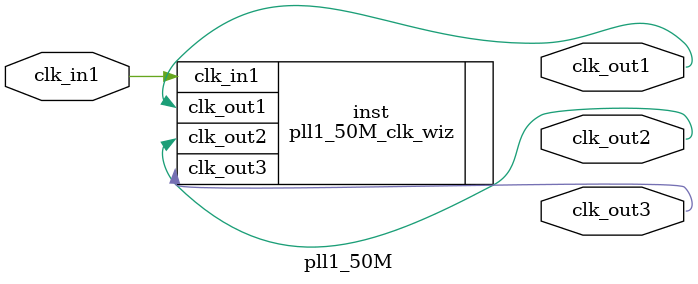
<source format=v>


`timescale 1ps/1ps

(* CORE_GENERATION_INFO = "pll1_50M,clk_wiz_v5_4_3_0,{component_name=pll1_50M,use_phase_alignment=true,use_min_o_jitter=false,use_max_i_jitter=false,use_dyn_phase_shift=false,use_inclk_switchover=false,use_dyn_reconfig=false,enable_axi=0,feedback_source=FDBK_AUTO,PRIMITIVE=MMCM,num_out_clk=3,clkin1_period=20.000,clkin2_period=10.0,use_power_down=false,use_reset=false,use_locked=false,use_inclk_stopped=false,feedback_type=SINGLE,CLOCK_MGR_TYPE=NA,manual_override=false}" *)

module pll1_50M 
 (
  // Clock out ports
  output        clk_out1,
  output        clk_out2,
  output        clk_out3,
 // Clock in ports
  input         clk_in1
 );

  pll1_50M_clk_wiz inst
  (
  // Clock out ports  
  .clk_out1(clk_out1),
  .clk_out2(clk_out2),
  .clk_out3(clk_out3),
 // Clock in ports
  .clk_in1(clk_in1)
  );

endmodule

</source>
